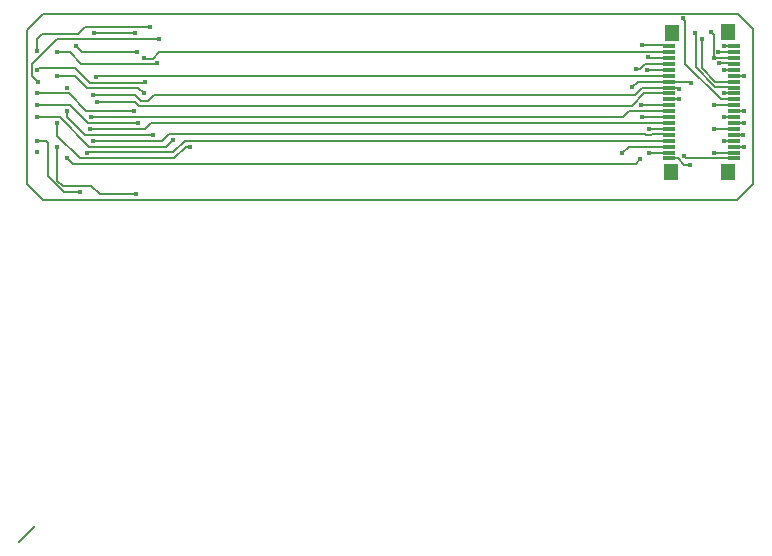
<source format=gtl>
G04 Layer_Physical_Order=1*
G04 Layer_Color=255*
%FSLAX25Y25*%
%MOIN*%
G70*
G01*
G75*
%ADD10R,0.04724X0.05315*%
%ADD11R,0.03937X0.01378*%
%ADD12C,0.00709*%
%ADD13C,0.01772*%
D10*
X215361Y56080D02*
D03*
X234072Y56280D02*
D03*
Y9724D02*
D03*
X215197Y9719D02*
D03*
D11*
X235942Y51654D02*
D03*
Y49685D02*
D03*
Y47717D02*
D03*
Y45748D02*
D03*
Y43780D02*
D03*
Y41811D02*
D03*
Y39843D02*
D03*
Y37874D02*
D03*
Y35906D02*
D03*
Y33937D02*
D03*
Y31969D02*
D03*
Y30000D02*
D03*
Y28032D02*
D03*
Y26063D02*
D03*
Y24094D02*
D03*
Y22126D02*
D03*
Y20157D02*
D03*
Y18189D02*
D03*
Y16220D02*
D03*
Y14252D02*
D03*
X214288Y51654D02*
D03*
Y31969D02*
D03*
Y30000D02*
D03*
Y28032D02*
D03*
Y26063D02*
D03*
Y24094D02*
D03*
Y22126D02*
D03*
Y20157D02*
D03*
Y18189D02*
D03*
Y16220D02*
D03*
Y14252D02*
D03*
Y33937D02*
D03*
Y35906D02*
D03*
Y37874D02*
D03*
Y39843D02*
D03*
Y41811D02*
D03*
Y43780D02*
D03*
Y45748D02*
D03*
Y47717D02*
D03*
Y49685D02*
D03*
D12*
X235984Y45906D02*
X236090Y45800D01*
X235990Y45700D02*
X236090Y45800D01*
X231094Y45906D02*
X235984D01*
X235942Y45748D02*
X235990Y45700D01*
X229857Y39843D02*
X235942D01*
X225300Y44400D02*
X229857Y39843D01*
X225300Y44400D02*
Y54000D01*
X229900Y38000D02*
X235816D01*
X223300Y44600D02*
X229900Y38000D01*
X223300Y44600D02*
Y56000D01*
X229261Y47717D02*
X235942D01*
X230900Y49700D02*
X235927D01*
X235942Y49685D01*
X229261Y47717D02*
Y55539D01*
X228300Y56500D02*
X229261Y55539D01*
X219000Y61100D02*
X219900Y60200D01*
Y45800D02*
Y60200D01*
Y45800D02*
X231763Y33937D01*
X235942D01*
X223100Y56200D02*
X223300Y56000D01*
X205200Y31900D02*
X214220D01*
X214288Y31969D01*
X201200Y30000D02*
X214288D01*
X206106Y35906D02*
X214288D01*
X201991Y31791D02*
X206106Y35906D01*
X37592Y31791D02*
X201991D01*
X205500Y28000D02*
X213857D01*
X214057Y27800D01*
X214288Y28032D01*
X41863Y26063D02*
X214288D01*
X199200Y28000D02*
X201200Y30000D01*
X21800Y28000D02*
X199200D01*
X205300Y51900D02*
X213842D01*
X213942Y52000D01*
X214288Y51654D01*
X207200Y43600D02*
X213709D01*
X213909Y43400D01*
X207423Y41766D02*
X214243D01*
X207378Y41811D02*
X207423Y41766D01*
X23611Y41811D02*
X207378D01*
X213909Y43400D02*
X214288Y43780D01*
X214243Y41766D02*
X214288Y41811D01*
X20286Y30100D02*
X36100D01*
X20205Y30020D02*
X20286Y30100D01*
X14320Y35906D02*
X20205Y30020D01*
X21900Y5000D02*
X24600Y2300D01*
X12300Y5000D02*
X21900D01*
X24600Y2300D02*
X36600D01*
X17700Y2900D02*
X18000Y3200D01*
X12700Y2900D02*
X17700D01*
X7300Y8300D02*
X12700Y2900D01*
X7300Y8300D02*
Y19500D01*
X14700Y32100D02*
X20757Y26043D01*
X3800Y32100D02*
X14700D01*
X2100Y45800D02*
X10300Y54000D01*
X2100Y41700D02*
Y45800D01*
Y41700D02*
X4000Y39800D01*
X5409Y55709D02*
X17509D01*
X3850Y54150D02*
X5409Y55709D01*
X3850Y50150D02*
Y54150D01*
X236016Y22200D02*
X239100D01*
X235942Y22126D02*
X236016Y22200D01*
X235942Y30000D02*
X239400D01*
X205574Y37874D02*
X214288D01*
X203200Y35500D02*
X205574Y37874D01*
X42800Y35500D02*
X203200D01*
X206448Y45748D02*
X214288D01*
X204600Y43900D02*
X206448Y45748D01*
X203400Y43900D02*
X204600D01*
X207300Y48000D02*
X207583Y47717D01*
X214288D01*
X204143Y39843D02*
X214288D01*
X202213Y37913D02*
X204143Y39843D01*
X44485Y49685D02*
X214288D01*
X39489Y39551D02*
X39800Y39862D01*
X37422Y37843D02*
X39300Y35965D01*
X36300Y35500D02*
X38300Y33500D01*
X22300Y35500D02*
X36300D01*
X36384Y33000D02*
X37592Y31791D01*
X23800Y33000D02*
X36384D01*
X40800Y33500D02*
X42800Y35500D01*
X38300Y33500D02*
X40800D01*
X20757Y26043D02*
X37300D01*
X42300Y47500D02*
X44485Y49685D01*
X207607Y24094D02*
X214288D01*
Y33937D02*
X217643D01*
X235942Y26063D02*
X239296D01*
X232587Y28032D02*
X235942D01*
X229261Y31969D02*
X235942D01*
X232587Y35906D02*
X235942D01*
Y41811D02*
X239296D01*
X232587Y43780D02*
X235942D01*
X232587Y51654D02*
X235942D01*
X16646D02*
X18595Y49705D01*
X39497Y47500D02*
X42300D01*
X214288Y47717D02*
X214288Y47717D01*
X211344Y47717D02*
X214288D01*
X43548Y45748D02*
X43800Y46000D01*
X10513Y49685D02*
X14615D01*
X18552Y45748D01*
X43548D01*
X23300Y41500D02*
X23611Y41811D01*
X3804Y43780D02*
X4524Y44500D01*
X16300D01*
X21249Y39551D01*
X39489D01*
X18595Y49705D02*
X37095D01*
X214269Y37854D02*
X214288Y37874D01*
Y39843D02*
X214548Y39583D01*
X39300Y47697D02*
X39497Y47500D01*
X217686Y37614D02*
X217800Y37500D01*
X214509Y37614D02*
X217686D01*
X221717Y39583D02*
X221800Y39500D01*
X214548Y39583D02*
X221717D01*
X20541Y37843D02*
X37422D01*
X16573Y41811D02*
X20541Y37843D01*
X10513Y41811D02*
X16573D01*
X214269Y37854D02*
X214509Y37614D01*
X41300Y57815D02*
Y58000D01*
X41115D02*
X41300Y57815D01*
X10300Y54000D02*
X44300D01*
X22800Y56000D02*
X36300D01*
X17509Y55709D02*
X19800Y58000D01*
X41115D01*
X235816Y38000D02*
X235942Y37874D01*
X3804Y35906D02*
X14320D01*
X21300Y24000D02*
X39800D01*
X41863Y26063D01*
X13839Y27961D02*
X19749Y22051D01*
X13839Y27961D02*
Y30000D01*
X22300Y20000D02*
X45300D01*
X19749Y22051D02*
X42245D01*
X207607Y16220D02*
X214288D01*
X42245Y22051D02*
X42300Y22106D01*
X214288Y20157D02*
X214548Y19898D01*
X215198D01*
X206800Y22146D02*
X208414D01*
X208655Y22386D01*
X214029D01*
X214288Y22126D01*
X3824Y28012D02*
X11372D01*
X3804Y28032D02*
X3824Y28012D01*
X215198Y19898D02*
X215438Y20138D01*
X52957Y20157D02*
X214288D01*
X45300Y20000D02*
X47800Y22500D01*
X206446D01*
X206800Y22146D01*
X235682Y14512D02*
X235942Y14252D01*
X214288D02*
X217292D01*
X219544Y12000D01*
X221300D01*
X219300Y15000D02*
X220048Y14252D01*
X235942D01*
X11372Y28012D02*
X21175Y18209D01*
X21335D01*
X21493Y18051D01*
X20427Y16201D02*
X20677Y16451D01*
X20677D01*
X20785Y16342D01*
X49143D01*
X21493Y18051D02*
X46666D01*
X48957Y20343D01*
X49143Y16342D02*
X52957Y20157D01*
X13839Y14252D02*
X15591Y12500D01*
X203300D01*
X204800Y14000D01*
X53386Y18169D02*
X54800D01*
X49468Y14252D02*
X53386Y18169D01*
X18048Y14252D02*
X49468D01*
X10513Y21788D02*
X18048Y14252D01*
X10513Y21788D02*
Y26063D01*
X200989Y18189D02*
X214288D01*
X198800Y16000D02*
X200989Y18189D01*
X229261Y24094D02*
X235942D01*
X232587Y20157D02*
X235942D01*
X229261Y16220D02*
X235942D01*
Y18189D02*
X239296D01*
X6643Y20157D02*
X7300Y19500D01*
X3804Y20157D02*
X6643D01*
X10513Y6787D02*
Y18189D01*
Y6787D02*
X12300Y5000D01*
X237300Y62500D02*
X242400Y57400D01*
X400Y5600D02*
Y57200D01*
Y5600D02*
X5600Y400D01*
X237100D01*
X-2100Y-113500D02*
X3000Y-108400D01*
X5700Y62500D02*
X237300D01*
X600Y57300D02*
X5700Y62400D01*
X242400Y5700D02*
Y57400D01*
X237200Y500D02*
X242300Y5600D01*
D13*
X231094Y45906D02*
D03*
X230900Y49700D02*
D03*
X229261Y47717D02*
D03*
X219000Y61100D02*
D03*
X223100Y56200D02*
D03*
X205200Y31900D02*
D03*
X205500Y28000D02*
D03*
X205300Y51900D02*
D03*
X207200Y43600D02*
D03*
X36100Y30100D02*
D03*
X36600Y2300D02*
D03*
X18000Y3200D02*
D03*
X3800Y32100D02*
D03*
X4000Y39800D02*
D03*
X3900Y50100D02*
D03*
X239100Y22200D02*
D03*
X239400Y30000D02*
D03*
X203400Y43900D02*
D03*
X207300Y48000D02*
D03*
X39800Y39862D02*
D03*
X39300Y35965D02*
D03*
X37300Y26043D02*
D03*
X207607Y24094D02*
D03*
X217643Y33937D02*
D03*
X239296Y26063D02*
D03*
X232587Y28032D02*
D03*
X229261Y31969D02*
D03*
X232587Y35906D02*
D03*
X239296Y41811D02*
D03*
X232587Y43780D02*
D03*
Y51654D02*
D03*
X13839Y14252D02*
D03*
X10513Y26063D02*
D03*
X3804Y28032D02*
D03*
X13839Y30000D02*
D03*
X3804Y35906D02*
D03*
X13839Y37874D02*
D03*
X10513Y41811D02*
D03*
X3804Y43780D02*
D03*
X10513Y49685D02*
D03*
X16646Y51654D02*
D03*
X228300Y56500D02*
D03*
X204800Y14000D02*
D03*
X221300Y12000D02*
D03*
X43800Y46000D02*
D03*
X23300Y41500D02*
D03*
X37095Y49705D02*
D03*
X202213Y37913D02*
D03*
X39300Y47697D02*
D03*
X217800Y37500D02*
D03*
X221800Y39500D02*
D03*
X22300Y35500D02*
D03*
X23800Y33000D02*
D03*
X225300Y54000D02*
D03*
X41300Y58000D02*
D03*
X44300Y54000D02*
D03*
X36300Y56000D02*
D03*
X22800D02*
D03*
X21800Y28000D02*
D03*
X21300Y24000D02*
D03*
X22300Y20000D02*
D03*
X207607Y16220D02*
D03*
X42300Y22106D02*
D03*
X48957Y20343D02*
D03*
X20427Y16201D02*
D03*
X219300Y15000D02*
D03*
X54800Y18169D02*
D03*
X198800Y16000D02*
D03*
X229261Y24094D02*
D03*
X232587Y20157D02*
D03*
X3804D02*
D03*
X229261Y16220D02*
D03*
X239296Y18189D02*
D03*
X10513D02*
D03*
X3820Y16480D02*
D03*
M02*

</source>
